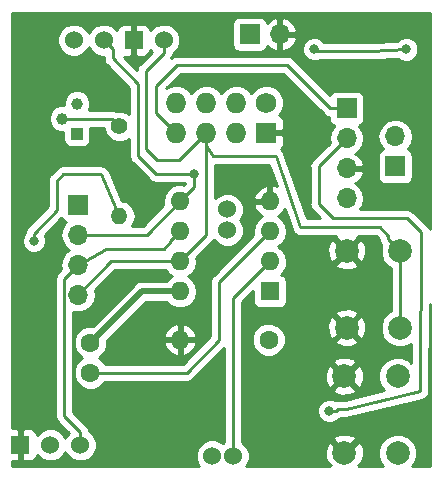
<source format=gbr>
G04 #@! TF.GenerationSoftware,KiCad,Pcbnew,5.0.0-fee4fd1~66~ubuntu16.04.1*
G04 #@! TF.CreationDate,2018-08-17T12:37:57+02:00*
G04 #@! TF.ProjectId,Garden_Guardian,47617264656E5F477561726469616E2E,rev?*
G04 #@! TF.SameCoordinates,Original*
G04 #@! TF.FileFunction,Copper,L2,Bot,Signal*
G04 #@! TF.FilePolarity,Positive*
%FSLAX46Y46*%
G04 Gerber Fmt 4.6, Leading zero omitted, Abs format (unit mm)*
G04 Created by KiCad (PCBNEW 5.0.0-fee4fd1~66~ubuntu16.04.1) date Fri Aug 17 12:37:57 2018*
%MOMM*%
%LPD*%
G01*
G04 APERTURE LIST*
G04 #@! TA.AperFunction,ComponentPad*
%ADD10C,1.524000*%
G04 #@! TD*
G04 #@! TA.AperFunction,ComponentPad*
%ADD11R,1.524000X1.524000*%
G04 #@! TD*
G04 #@! TA.AperFunction,ComponentPad*
%ADD12O,1.600000X1.600000*%
G04 #@! TD*
G04 #@! TA.AperFunction,ComponentPad*
%ADD13C,1.600000*%
G04 #@! TD*
G04 #@! TA.AperFunction,ComponentPad*
%ADD14O,1.700000X1.700000*%
G04 #@! TD*
G04 #@! TA.AperFunction,ComponentPad*
%ADD15R,1.700000X1.700000*%
G04 #@! TD*
G04 #@! TA.AperFunction,ComponentPad*
%ADD16R,1.000000X1.000000*%
G04 #@! TD*
G04 #@! TA.AperFunction,ComponentPad*
%ADD17C,1.000000*%
G04 #@! TD*
G04 #@! TA.AperFunction,ComponentPad*
%ADD18C,2.000000*%
G04 #@! TD*
G04 #@! TA.AperFunction,ComponentPad*
%ADD19C,1.727200*%
G04 #@! TD*
G04 #@! TA.AperFunction,ComponentPad*
%ADD20R,1.727200X1.727200*%
G04 #@! TD*
G04 #@! TA.AperFunction,ComponentPad*
%ADD21O,1.727200X1.727200*%
G04 #@! TD*
G04 #@! TA.AperFunction,ComponentPad*
%ADD22R,1.600000X1.600000*%
G04 #@! TD*
G04 #@! TA.AperFunction,ComponentPad*
%ADD23C,1.400000*%
G04 #@! TD*
G04 #@! TA.AperFunction,ComponentPad*
%ADD24O,1.400000X1.400000*%
G04 #@! TD*
G04 #@! TA.AperFunction,ViaPad*
%ADD25C,0.800000*%
G04 #@! TD*
G04 #@! TA.AperFunction,Conductor*
%ADD26C,0.500000*%
G04 #@! TD*
G04 #@! TA.AperFunction,Conductor*
%ADD27C,0.250000*%
G04 #@! TD*
G04 #@! TA.AperFunction,Conductor*
%ADD28C,0.254000*%
G04 #@! TD*
G04 APERTURE END LIST*
D10*
G04 #@! TO.P,U103,1*
G04 #@! TO.N,/PWR_ON*
X150320000Y-75696000D03*
G04 #@! TO.P,U103,2*
G04 #@! TO.N,/SDA*
X152860000Y-75696000D03*
D11*
G04 #@! TO.P,U103,3*
G04 #@! TO.N,GND*
X155400000Y-75696000D03*
D10*
G04 #@! TO.P,U103,4*
G04 #@! TO.N,/SCL*
X157940000Y-75696000D03*
G04 #@! TD*
G04 #@! TO.P,U104,1*
G04 #@! TO.N,/RADIO*
X150882000Y-109975000D03*
G04 #@! TO.P,U104,2*
G04 #@! TO.N,/PWR_ON*
X148342000Y-109975000D03*
D11*
G04 #@! TO.P,U104,3*
G04 #@! TO.N,GND*
X145802000Y-109975000D03*
G04 #@! TD*
D12*
G04 #@! TO.P,C101,2*
G04 #@! TO.N,GND*
X159310000Y-101070000D03*
D13*
G04 #@! TO.P,C101,1*
G04 #@! TO.N,/RST*
X166810000Y-101070000D03*
G04 #@! TD*
D14*
G04 #@! TO.P,J101,2*
G04 #@! TO.N,GND*
X167750000Y-75210000D03*
D15*
G04 #@! TO.P,J101,1*
G04 #@! TO.N,VCC*
X165210000Y-75210000D03*
G04 #@! TD*
G04 #@! TO.P,J102,1*
G04 #@! TO.N,/ACTIVADOR*
X173410000Y-81480000D03*
D14*
G04 #@! TO.P,J102,2*
G04 #@! TO.N,/STATUS_LED*
X173410000Y-84020000D03*
G04 #@! TO.P,J102,3*
G04 #@! TO.N,GND*
X173410000Y-86560000D03*
G04 #@! TO.P,J102,4*
G04 #@! TO.N,VCC*
X173410000Y-89100000D03*
G04 #@! TD*
G04 #@! TO.P,J103,4*
G04 #@! TO.N,/SCL*
X150680000Y-97250000D03*
G04 #@! TO.P,J103,3*
G04 #@! TO.N,/RADIO*
X150680000Y-94710000D03*
G04 #@! TO.P,J103,2*
G04 #@! TO.N,/SDA*
X150680000Y-92170000D03*
D15*
G04 #@! TO.P,J103,1*
G04 #@! TO.N,/RST*
X150680000Y-89630000D03*
G04 #@! TD*
D14*
G04 #@! TO.P,JP101,2*
G04 #@! TO.N,/ACTIVADOR*
X177540000Y-83860000D03*
D15*
G04 #@! TO.P,JP101,1*
G04 #@! TO.N,VCC*
X177540000Y-86400000D03*
G04 #@! TD*
D16*
G04 #@! TO.P,Q101,1*
G04 #@! TO.N,/PWR_ON*
X150580000Y-83610000D03*
D17*
G04 #@! TO.P,Q101,3*
G04 #@! TO.N,VCC*
X150580000Y-81070000D03*
G04 #@! TO.P,Q101,2*
G04 #@! TO.N,Net-(Q101-Pad2)*
X149310000Y-82340000D03*
G04 #@! TD*
D18*
G04 #@! TO.P,SW101,1*
G04 #@! TO.N,GND*
X173230000Y-104160000D03*
G04 #@! TO.P,SW101,2*
G04 #@! TO.N,Net-(R101-Pad2)*
X177730000Y-104160000D03*
G04 #@! TO.P,SW101,1*
G04 #@! TO.N,GND*
X173230000Y-110660000D03*
G04 #@! TO.P,SW101,2*
G04 #@! TO.N,Net-(R101-Pad2)*
X177730000Y-110660000D03*
G04 #@! TD*
G04 #@! TO.P,SW102,2*
G04 #@! TO.N,/SCL*
X177920000Y-100050000D03*
G04 #@! TO.P,SW102,1*
G04 #@! TO.N,GND*
X173420000Y-100050000D03*
G04 #@! TO.P,SW102,2*
G04 #@! TO.N,/SCL*
X177920000Y-93550000D03*
G04 #@! TO.P,SW102,1*
G04 #@! TO.N,GND*
X173420000Y-93550000D03*
G04 #@! TD*
D19*
G04 #@! TO.P,U101,5*
G04 #@! TO.N,/STATUS_LED*
X166630000Y-81010000D03*
D20*
G04 #@! TO.P,U101,1*
G04 #@! TO.N,GND*
X166630000Y-83550000D03*
D21*
G04 #@! TO.P,U101,6*
G04 #@! TO.N,Net-(R104-Pad1)*
X164090000Y-81010000D03*
G04 #@! TO.P,U101,2*
G04 #@! TO.N,/SDA*
X164090000Y-83550000D03*
G04 #@! TO.P,U101,7*
G04 #@! TO.N,Net-(R101-Pad1)*
X161550000Y-81010000D03*
G04 #@! TO.P,U101,3*
G04 #@! TO.N,/SCL*
X161550000Y-83550000D03*
G04 #@! TO.P,U101,8*
G04 #@! TO.N,VCC*
X159010000Y-81010000D03*
G04 #@! TO.P,U101,4*
G04 #@! TO.N,/ACTIVADOR*
X159010000Y-83550000D03*
G04 #@! TD*
D12*
G04 #@! TO.P,U102,8*
G04 #@! TO.N,/PWR_ON*
X159300000Y-96970000D03*
G04 #@! TO.P,U102,4*
G04 #@! TO.N,GND*
X166920000Y-89350000D03*
G04 #@! TO.P,U102,7*
G04 #@! TO.N,/SCL*
X159300000Y-94430000D03*
G04 #@! TO.P,U102,3*
G04 #@! TO.N,/LDR*
X166920000Y-91890000D03*
G04 #@! TO.P,U102,6*
G04 #@! TO.N,/RADIO*
X159300000Y-91890000D03*
G04 #@! TO.P,U102,2*
G04 #@! TO.N,/HUMEDAD*
X166920000Y-94430000D03*
G04 #@! TO.P,U102,5*
G04 #@! TO.N,/SDA*
X159300000Y-89350000D03*
D22*
G04 #@! TO.P,U102,1*
G04 #@! TO.N,/RST*
X166920000Y-96970000D03*
G04 #@! TD*
D23*
G04 #@! TO.P,R109,1*
G04 #@! TO.N,Net-(Q101-Pad2)*
X154180000Y-83000000D03*
D24*
G04 #@! TO.P,R109,2*
G04 #@! TO.N,/ACTIVADOR*
X154180000Y-90620000D03*
G04 #@! TD*
D13*
G04 #@! TO.P,R102,2*
G04 #@! TO.N,/LDR*
X151730000Y-103850000D03*
G04 #@! TO.P,R102,1*
G04 #@! TO.N,/PWR_ON*
X151730000Y-101310000D03*
G04 #@! TD*
D10*
G04 #@! TO.P,U106,1*
G04 #@! TO.N,/HUMEDAD*
X163799000Y-110908000D03*
G04 #@! TO.P,U106,2*
G04 #@! TO.N,Net-(R108-Pad1)*
X162021000Y-110908000D03*
G04 #@! TD*
G04 #@! TO.P,U107,1*
G04 #@! TO.N,/HUMEDAD*
X163322000Y-91819000D03*
G04 #@! TO.P,U107,2*
G04 #@! TO.N,Net-(R110-Pad1)*
X163322000Y-90041000D03*
G04 #@! TD*
D25*
G04 #@! TO.N,/ACTIVADOR*
X146940000Y-92710000D03*
G04 #@! TO.N,/STATUS_LED*
X171930000Y-107090000D03*
G04 #@! TO.N,/SDA*
X160530000Y-87000000D03*
G04 #@! TO.N,Net-(R101-Pad2)*
X170670000Y-76460000D03*
X178460000Y-76480000D03*
G04 #@! TD*
D26*
G04 #@! TO.N,/PWR_ON*
X156070000Y-96970000D02*
X151730000Y-101310000D01*
X159300000Y-96970000D02*
X156070000Y-96970000D01*
D27*
G04 #@! TO.N,/ACTIVADOR*
X159010000Y-83550000D02*
X157290000Y-81830000D01*
X157290000Y-81830000D02*
X157290000Y-79570000D01*
X157290000Y-79570000D02*
X159070000Y-77790000D01*
X159070000Y-77790000D02*
X168360000Y-77790000D01*
X172050000Y-81480000D02*
X173410000Y-81480000D01*
X168360000Y-77790000D02*
X172050000Y-81480000D01*
X152620000Y-87070000D02*
X154180000Y-90620000D01*
X149430000Y-87070000D02*
X152620000Y-87070000D01*
X148880000Y-87620000D02*
X149430000Y-87070000D01*
X148880000Y-90100000D02*
X148880000Y-87620000D01*
X146940000Y-92710000D02*
X146940000Y-92100000D01*
X146940000Y-92100000D02*
X146989999Y-91990001D01*
X146989999Y-91990001D02*
X148880000Y-90100000D01*
G04 #@! TO.N,/STATUS_LED*
X171040000Y-86390000D02*
X173410000Y-84020000D01*
X171040000Y-89570000D02*
X171040000Y-86390000D01*
X172240000Y-90770000D02*
X171040000Y-89570000D01*
X178520000Y-90770000D02*
X172240000Y-90770000D01*
X179720000Y-91970000D02*
X178520000Y-90770000D01*
X179620000Y-105430000D02*
X179720000Y-91970000D01*
X171930000Y-107090000D02*
X172495685Y-107090000D01*
X172495685Y-107090000D02*
X172665685Y-106920000D01*
X172665685Y-106920000D02*
X173360000Y-106920000D01*
X173360000Y-106920000D02*
X179620000Y-105430000D01*
G04 #@! TO.N,/SCL*
X157940000Y-76773630D02*
X156410000Y-78303630D01*
X157940000Y-75696000D02*
X157940000Y-76773630D01*
X156410000Y-78303630D02*
X156410000Y-84960000D01*
X156410000Y-84960000D02*
X157320000Y-85870000D01*
X159230000Y-85870000D02*
X161550000Y-83550000D01*
X157320000Y-85870000D02*
X159230000Y-85870000D01*
X177920000Y-98635787D02*
X177920000Y-93550000D01*
X177920000Y-100050000D02*
X177920000Y-98635787D01*
X176920001Y-92250001D02*
X176920001Y-92550001D01*
X176220000Y-91550000D02*
X176920001Y-92250001D01*
X169500000Y-91530000D02*
X176220000Y-91550000D01*
X167420000Y-85550000D02*
X169500000Y-91530000D01*
X176920001Y-92550001D02*
X177920000Y-93550000D01*
X161550000Y-83550000D02*
X161550000Y-84771314D01*
X161550000Y-84771314D02*
X161570000Y-84791314D01*
X161570000Y-84791314D02*
X162130000Y-85550000D01*
X162130000Y-85550000D02*
X167420000Y-85550000D01*
X161550000Y-92180000D02*
X161550000Y-83550000D01*
X159300000Y-94430000D02*
X161550000Y-92180000D01*
X153500000Y-94430000D02*
X159300000Y-94430000D01*
X150680000Y-97250000D02*
X153500000Y-94430000D01*
G04 #@! TO.N,/RADIO*
X153010000Y-93420000D02*
X157930000Y-93400000D01*
X150680000Y-94710000D02*
X153010000Y-93420000D01*
X158500001Y-92829999D02*
X157930000Y-93400000D01*
X158500001Y-92689999D02*
X158500001Y-92829999D01*
X159300000Y-91890000D02*
X158500001Y-92689999D01*
X149830001Y-95559999D02*
X150680000Y-94710000D01*
X149504999Y-95885001D02*
X149830001Y-95559999D01*
X149504999Y-107520369D02*
X149504999Y-95885001D01*
X150882000Y-108897370D02*
X149504999Y-107520369D01*
X150882000Y-109975000D02*
X150882000Y-108897370D01*
G04 #@! TO.N,/SDA*
X153621999Y-76457999D02*
X153621999Y-77251999D01*
X152860000Y-75696000D02*
X153621999Y-76457999D01*
X153621999Y-77251999D02*
X155790000Y-79420000D01*
X155790000Y-79420000D02*
X155790000Y-85550000D01*
X155790000Y-85550000D02*
X157240000Y-87000000D01*
X157240000Y-87000000D02*
X160530000Y-87000000D01*
X160530000Y-88120000D02*
X160530000Y-87000000D01*
X159300000Y-89350000D02*
X160530000Y-88120000D01*
X156480000Y-92170000D02*
X159300000Y-89350000D01*
X150680000Y-92170000D02*
X156480000Y-92170000D01*
G04 #@! TO.N,Net-(Q101-Pad2)*
X153520000Y-82340000D02*
X154180000Y-83000000D01*
X149310000Y-82340000D02*
X153520000Y-82340000D01*
G04 #@! TO.N,/LDR*
X166920000Y-91890000D02*
X162650000Y-96160000D01*
X162650000Y-96160000D02*
X162650000Y-101100000D01*
X159900000Y-103850000D02*
X151730000Y-103850000D01*
X162650000Y-101100000D02*
X159900000Y-103850000D01*
G04 #@! TO.N,/HUMEDAD*
X163789000Y-97561000D02*
X166920000Y-94430000D01*
X163810000Y-110960000D02*
X163789000Y-97561000D01*
G04 #@! TO.N,Net-(R101-Pad2)*
X170800000Y-76590000D02*
X170670000Y-76460000D01*
X175490000Y-76590000D02*
X170800000Y-76590000D01*
X178460000Y-76480000D02*
X175490000Y-76590000D01*
G04 #@! TD*
D28*
G04 #@! TO.N,GND*
G36*
X180435000Y-91672111D02*
X180353416Y-91550011D01*
X180271984Y-91426158D01*
X180206493Y-91381691D01*
X179110331Y-90285530D01*
X179067929Y-90222071D01*
X178816537Y-90054096D01*
X178594852Y-90010000D01*
X178594847Y-90010000D01*
X178520000Y-89995112D01*
X178445153Y-90010000D01*
X174587951Y-90010000D01*
X174808839Y-89679418D01*
X174924092Y-89100000D01*
X174808839Y-88520582D01*
X174480625Y-88029375D01*
X174161522Y-87816157D01*
X174291358Y-87755183D01*
X174681645Y-87326924D01*
X174851476Y-86916890D01*
X174730155Y-86687000D01*
X173537000Y-86687000D01*
X173537000Y-86707000D01*
X173283000Y-86707000D01*
X173283000Y-86687000D01*
X173263000Y-86687000D01*
X173263000Y-86433000D01*
X173283000Y-86433000D01*
X173283000Y-86413000D01*
X173537000Y-86413000D01*
X173537000Y-86433000D01*
X174730155Y-86433000D01*
X174851476Y-86203110D01*
X174681645Y-85793076D01*
X174291358Y-85364817D01*
X174161522Y-85303843D01*
X174480625Y-85090625D01*
X174808839Y-84599418D01*
X174924092Y-84020000D01*
X174892267Y-83860000D01*
X176025908Y-83860000D01*
X176141161Y-84439418D01*
X176469375Y-84930625D01*
X176487619Y-84942816D01*
X176442235Y-84951843D01*
X176232191Y-85092191D01*
X176091843Y-85302235D01*
X176042560Y-85550000D01*
X176042560Y-87250000D01*
X176091843Y-87497765D01*
X176232191Y-87707809D01*
X176442235Y-87848157D01*
X176690000Y-87897440D01*
X178390000Y-87897440D01*
X178637765Y-87848157D01*
X178847809Y-87707809D01*
X178988157Y-87497765D01*
X179037440Y-87250000D01*
X179037440Y-85550000D01*
X178988157Y-85302235D01*
X178847809Y-85092191D01*
X178637765Y-84951843D01*
X178592381Y-84942816D01*
X178610625Y-84930625D01*
X178938839Y-84439418D01*
X179054092Y-83860000D01*
X178938839Y-83280582D01*
X178610625Y-82789375D01*
X178119418Y-82461161D01*
X177686256Y-82375000D01*
X177393744Y-82375000D01*
X176960582Y-82461161D01*
X176469375Y-82789375D01*
X176141161Y-83280582D01*
X176025908Y-83860000D01*
X174892267Y-83860000D01*
X174808839Y-83440582D01*
X174480625Y-82949375D01*
X174462381Y-82937184D01*
X174507765Y-82928157D01*
X174717809Y-82787809D01*
X174858157Y-82577765D01*
X174907440Y-82330000D01*
X174907440Y-80630000D01*
X174858157Y-80382235D01*
X174717809Y-80172191D01*
X174507765Y-80031843D01*
X174260000Y-79982560D01*
X172560000Y-79982560D01*
X172312235Y-80031843D01*
X172102191Y-80172191D01*
X171987956Y-80343154D01*
X168950331Y-77305530D01*
X168907929Y-77242071D01*
X168656537Y-77074096D01*
X168434852Y-77030000D01*
X168434847Y-77030000D01*
X168360000Y-77015112D01*
X168285153Y-77030000D01*
X159144846Y-77030000D01*
X159069999Y-77015112D01*
X158995152Y-77030000D01*
X158995148Y-77030000D01*
X158773463Y-77074096D01*
X158556342Y-77219172D01*
X158569372Y-77199671D01*
X158655904Y-77070168D01*
X158680906Y-76944472D01*
X158690285Y-76897324D01*
X158731337Y-76880320D01*
X159124320Y-76487337D01*
X159337000Y-75973881D01*
X159337000Y-75418119D01*
X159124320Y-74904663D01*
X158731337Y-74511680D01*
X158365149Y-74360000D01*
X163712560Y-74360000D01*
X163712560Y-76060000D01*
X163761843Y-76307765D01*
X163902191Y-76517809D01*
X164112235Y-76658157D01*
X164360000Y-76707440D01*
X166060000Y-76707440D01*
X166307765Y-76658157D01*
X166517809Y-76517809D01*
X166658157Y-76307765D01*
X166678739Y-76204292D01*
X166983076Y-76481645D01*
X167393110Y-76651476D01*
X167623000Y-76530155D01*
X167623000Y-75337000D01*
X167877000Y-75337000D01*
X167877000Y-76530155D01*
X168106890Y-76651476D01*
X168516924Y-76481645D01*
X168766578Y-76254126D01*
X169635000Y-76254126D01*
X169635000Y-76665874D01*
X169792569Y-77046280D01*
X170083720Y-77337431D01*
X170464126Y-77495000D01*
X170875874Y-77495000D01*
X171225936Y-77350000D01*
X175429333Y-77350000D01*
X175443329Y-77352249D01*
X175504052Y-77350000D01*
X175564852Y-77350000D01*
X175578763Y-77347233D01*
X177781923Y-77265634D01*
X177873720Y-77357431D01*
X178254126Y-77515000D01*
X178665874Y-77515000D01*
X179046280Y-77357431D01*
X179337431Y-77066280D01*
X179495000Y-76685874D01*
X179495000Y-76274126D01*
X179337431Y-75893720D01*
X179046280Y-75602569D01*
X178665874Y-75445000D01*
X178254126Y-75445000D01*
X177873720Y-75602569D01*
X177729764Y-75746525D01*
X175475955Y-75830000D01*
X171503711Y-75830000D01*
X171256280Y-75582569D01*
X170875874Y-75425000D01*
X170464126Y-75425000D01*
X170083720Y-75582569D01*
X169792569Y-75873720D01*
X169635000Y-76254126D01*
X168766578Y-76254126D01*
X168945183Y-76091358D01*
X169191486Y-75566892D01*
X169070819Y-75337000D01*
X167877000Y-75337000D01*
X167623000Y-75337000D01*
X167603000Y-75337000D01*
X167603000Y-75083000D01*
X167623000Y-75083000D01*
X167623000Y-73889845D01*
X167877000Y-73889845D01*
X167877000Y-75083000D01*
X169070819Y-75083000D01*
X169191486Y-74853108D01*
X168945183Y-74328642D01*
X168516924Y-73938355D01*
X168106890Y-73768524D01*
X167877000Y-73889845D01*
X167623000Y-73889845D01*
X167393110Y-73768524D01*
X166983076Y-73938355D01*
X166678739Y-74215708D01*
X166658157Y-74112235D01*
X166517809Y-73902191D01*
X166307765Y-73761843D01*
X166060000Y-73712560D01*
X164360000Y-73712560D01*
X164112235Y-73761843D01*
X163902191Y-73902191D01*
X163761843Y-74112235D01*
X163712560Y-74360000D01*
X158365149Y-74360000D01*
X158217881Y-74299000D01*
X157662119Y-74299000D01*
X157148663Y-74511680D01*
X156797000Y-74863343D01*
X156797000Y-74807690D01*
X156700327Y-74574301D01*
X156521698Y-74395673D01*
X156288309Y-74299000D01*
X155685750Y-74299000D01*
X155527000Y-74457750D01*
X155527000Y-75569000D01*
X155547000Y-75569000D01*
X155547000Y-75823000D01*
X155527000Y-75823000D01*
X155527000Y-76934250D01*
X155685750Y-77093000D01*
X156288309Y-77093000D01*
X156521698Y-76996327D01*
X156700327Y-76817699D01*
X156797000Y-76584310D01*
X156797000Y-76528657D01*
X156953586Y-76685243D01*
X155925530Y-77713299D01*
X155862071Y-77755701D01*
X155694096Y-78007094D01*
X155653912Y-78209110D01*
X154537801Y-77093000D01*
X155114250Y-77093000D01*
X155273000Y-76934250D01*
X155273000Y-75823000D01*
X155253000Y-75823000D01*
X155253000Y-75569000D01*
X155273000Y-75569000D01*
X155273000Y-74457750D01*
X155114250Y-74299000D01*
X154511691Y-74299000D01*
X154278302Y-74395673D01*
X154099673Y-74574301D01*
X154003000Y-74807690D01*
X154003000Y-74863343D01*
X153651337Y-74511680D01*
X153137881Y-74299000D01*
X152582119Y-74299000D01*
X152068663Y-74511680D01*
X151675680Y-74904663D01*
X151590000Y-75111513D01*
X151504320Y-74904663D01*
X151111337Y-74511680D01*
X150597881Y-74299000D01*
X150042119Y-74299000D01*
X149528663Y-74511680D01*
X149135680Y-74904663D01*
X148923000Y-75418119D01*
X148923000Y-75973881D01*
X149135680Y-76487337D01*
X149528663Y-76880320D01*
X150042119Y-77093000D01*
X150597881Y-77093000D01*
X151111337Y-76880320D01*
X151504320Y-76487337D01*
X151590000Y-76280487D01*
X151675680Y-76487337D01*
X152068663Y-76880320D01*
X152582119Y-77093000D01*
X152861999Y-77093000D01*
X152861999Y-77177152D01*
X152847111Y-77251999D01*
X152861999Y-77326846D01*
X152861999Y-77326851D01*
X152906096Y-77548536D01*
X153074071Y-77799928D01*
X153137527Y-77842328D01*
X155030000Y-79734803D01*
X155030000Y-81962025D01*
X154936217Y-81868242D01*
X154445548Y-81665000D01*
X153914452Y-81665000D01*
X153891798Y-81674384D01*
X153816537Y-81624096D01*
X153594852Y-81580000D01*
X153594847Y-81580000D01*
X153520000Y-81565112D01*
X153445153Y-81580000D01*
X151597267Y-81580000D01*
X151715000Y-81295766D01*
X151715000Y-80844234D01*
X151542207Y-80427074D01*
X151222926Y-80107793D01*
X150805766Y-79935000D01*
X150354234Y-79935000D01*
X149937074Y-80107793D01*
X149617793Y-80427074D01*
X149445000Y-80844234D01*
X149445000Y-81205000D01*
X149084234Y-81205000D01*
X148667074Y-81377793D01*
X148347793Y-81697074D01*
X148175000Y-82114234D01*
X148175000Y-82565766D01*
X148347793Y-82982926D01*
X148667074Y-83302207D01*
X149084234Y-83475000D01*
X149432560Y-83475000D01*
X149432560Y-84110000D01*
X149481843Y-84357765D01*
X149622191Y-84567809D01*
X149832235Y-84708157D01*
X150080000Y-84757440D01*
X151080000Y-84757440D01*
X151327765Y-84708157D01*
X151537809Y-84567809D01*
X151678157Y-84357765D01*
X151727440Y-84110000D01*
X151727440Y-83110000D01*
X151725451Y-83100000D01*
X152845000Y-83100000D01*
X152845000Y-83265548D01*
X153048242Y-83756217D01*
X153423783Y-84131758D01*
X153914452Y-84335000D01*
X154445548Y-84335000D01*
X154936217Y-84131758D01*
X155030001Y-84037974D01*
X155030001Y-85475148D01*
X155015112Y-85550000D01*
X155074097Y-85846537D01*
X155153252Y-85965000D01*
X155242072Y-86097929D01*
X155305528Y-86140329D01*
X156649671Y-87484473D01*
X156692071Y-87547929D01*
X156755527Y-87590329D01*
X156943462Y-87715904D01*
X156991605Y-87725480D01*
X157165148Y-87760000D01*
X157165152Y-87760000D01*
X157240000Y-87774888D01*
X157314848Y-87760000D01*
X159770000Y-87760000D01*
X159770000Y-87805198D01*
X159623886Y-87951312D01*
X159441333Y-87915000D01*
X159158667Y-87915000D01*
X158740091Y-87998260D01*
X158265423Y-88315423D01*
X157948260Y-88790091D01*
X157836887Y-89350000D01*
X157901312Y-89673886D01*
X156165199Y-91410000D01*
X155257729Y-91410000D01*
X155437542Y-91140891D01*
X155541154Y-90620000D01*
X155437542Y-90099109D01*
X155142481Y-89657519D01*
X154700891Y-89362458D01*
X154434223Y-89309414D01*
X153349195Y-86840279D01*
X153335904Y-86773463D01*
X153288959Y-86703206D01*
X153285670Y-86695720D01*
X153247425Y-86641045D01*
X153167929Y-86522071D01*
X153160933Y-86517397D01*
X153156114Y-86510507D01*
X153035525Y-86433601D01*
X152916537Y-86354096D01*
X152908286Y-86352455D01*
X152901196Y-86347933D01*
X152760340Y-86323026D01*
X152694852Y-86310000D01*
X152686671Y-86310000D01*
X152603469Y-86295288D01*
X152536956Y-86310000D01*
X149504846Y-86310000D01*
X149429999Y-86295112D01*
X149355152Y-86310000D01*
X149355148Y-86310000D01*
X149133463Y-86354096D01*
X149133461Y-86354097D01*
X149133462Y-86354097D01*
X148945526Y-86479671D01*
X148945524Y-86479673D01*
X148882071Y-86522071D01*
X148839672Y-86585525D01*
X148395527Y-87029672D01*
X148332072Y-87072071D01*
X148289672Y-87135527D01*
X148289671Y-87135528D01*
X148164097Y-87323463D01*
X148105112Y-87620000D01*
X148120001Y-87694852D01*
X148120000Y-89785198D01*
X146514747Y-91390452D01*
X146460970Y-91423803D01*
X146408858Y-91496341D01*
X146399670Y-91505529D01*
X146365254Y-91557036D01*
X146329093Y-91607371D01*
X146323714Y-91619206D01*
X146274096Y-91693464D01*
X146264135Y-91743541D01*
X146224096Y-91803463D01*
X146197114Y-91939110D01*
X146181783Y-92004506D01*
X146062569Y-92123720D01*
X145905000Y-92504126D01*
X145905000Y-92915874D01*
X146062569Y-93296280D01*
X146353720Y-93587431D01*
X146734126Y-93745000D01*
X147145874Y-93745000D01*
X147526280Y-93587431D01*
X147817431Y-93296280D01*
X147975000Y-92915874D01*
X147975000Y-92504126D01*
X147850718Y-92204083D01*
X149269973Y-90784829D01*
X149372191Y-90937809D01*
X149582235Y-91078157D01*
X149627619Y-91087184D01*
X149609375Y-91099375D01*
X149281161Y-91590582D01*
X149165908Y-92170000D01*
X149281161Y-92749418D01*
X149609375Y-93240625D01*
X149907761Y-93440000D01*
X149609375Y-93639375D01*
X149281161Y-94130582D01*
X149165908Y-94710000D01*
X149238791Y-95076408D01*
X149020527Y-95294672D01*
X148957071Y-95337072D01*
X148914671Y-95400528D01*
X148914670Y-95400529D01*
X148789096Y-95588464D01*
X148730111Y-95885001D01*
X148745000Y-95959853D01*
X148744999Y-107445522D01*
X148730111Y-107520369D01*
X148744999Y-107595216D01*
X148744999Y-107595220D01*
X148789095Y-107816905D01*
X148957070Y-108068298D01*
X149020529Y-108110700D01*
X149895585Y-108985758D01*
X149697680Y-109183663D01*
X149612000Y-109390513D01*
X149526320Y-109183663D01*
X149133337Y-108790680D01*
X148619881Y-108578000D01*
X148064119Y-108578000D01*
X147550663Y-108790680D01*
X147199000Y-109142343D01*
X147199000Y-109086690D01*
X147102327Y-108853301D01*
X146923698Y-108674673D01*
X146690309Y-108578000D01*
X146087750Y-108578000D01*
X145929000Y-108736750D01*
X145929000Y-109848000D01*
X145949000Y-109848000D01*
X145949000Y-110102000D01*
X145929000Y-110102000D01*
X145929000Y-111213250D01*
X146087750Y-111372000D01*
X146690309Y-111372000D01*
X146923698Y-111275327D01*
X147102327Y-111096699D01*
X147199000Y-110863310D01*
X147199000Y-110807657D01*
X147550663Y-111159320D01*
X148064119Y-111372000D01*
X148619881Y-111372000D01*
X149133337Y-111159320D01*
X149526320Y-110766337D01*
X149612000Y-110559487D01*
X149697680Y-110766337D01*
X150090663Y-111159320D01*
X150604119Y-111372000D01*
X151159881Y-111372000D01*
X151673337Y-111159320D01*
X152066320Y-110766337D01*
X152279000Y-110252881D01*
X152279000Y-109697119D01*
X152066320Y-109183663D01*
X151673337Y-108790680D01*
X151632285Y-108773676D01*
X151597904Y-108600833D01*
X151556102Y-108538272D01*
X151472329Y-108412896D01*
X151472327Y-108412894D01*
X151429929Y-108349441D01*
X151366476Y-108307043D01*
X150264999Y-107205568D01*
X150264999Y-98681543D01*
X150533744Y-98735000D01*
X150826256Y-98735000D01*
X151259418Y-98648839D01*
X151750625Y-98320625D01*
X152078839Y-97829418D01*
X152194092Y-97250000D01*
X152121209Y-96883592D01*
X153814802Y-95190000D01*
X158081957Y-95190000D01*
X158265423Y-95464577D01*
X158617758Y-95700000D01*
X158265423Y-95935423D01*
X158165479Y-96085000D01*
X156157161Y-96085000D01*
X156070000Y-96067663D01*
X155982839Y-96085000D01*
X155982835Y-96085000D01*
X155724690Y-96136348D01*
X155505845Y-96282576D01*
X155505844Y-96282577D01*
X155431951Y-96331951D01*
X155382577Y-96405844D01*
X151913422Y-99875000D01*
X151444561Y-99875000D01*
X150917138Y-100093466D01*
X150513466Y-100497138D01*
X150295000Y-101024561D01*
X150295000Y-101595439D01*
X150513466Y-102122862D01*
X150917138Y-102526534D01*
X151046216Y-102580000D01*
X150917138Y-102633466D01*
X150513466Y-103037138D01*
X150295000Y-103564561D01*
X150295000Y-104135439D01*
X150513466Y-104662862D01*
X150917138Y-105066534D01*
X151444561Y-105285000D01*
X152015439Y-105285000D01*
X152542862Y-105066534D01*
X152946534Y-104662862D01*
X152968430Y-104610000D01*
X159825153Y-104610000D01*
X159900000Y-104624888D01*
X159974847Y-104610000D01*
X159974852Y-104610000D01*
X160196537Y-104565904D01*
X160447929Y-104397929D01*
X160490331Y-104334470D01*
X163035626Y-101789177D01*
X163048036Y-109706957D01*
X163007663Y-109723680D01*
X162910000Y-109821343D01*
X162812337Y-109723680D01*
X162298881Y-109511000D01*
X161743119Y-109511000D01*
X161229663Y-109723680D01*
X160836680Y-110116663D01*
X160624000Y-110630119D01*
X160624000Y-111185881D01*
X160836680Y-111699337D01*
X160897855Y-111760512D01*
X145114482Y-111764814D01*
X145114185Y-111372000D01*
X145516250Y-111372000D01*
X145675000Y-111213250D01*
X145675000Y-110102000D01*
X145655000Y-110102000D01*
X145655000Y-109848000D01*
X145675000Y-109848000D01*
X145675000Y-108736750D01*
X145516250Y-108578000D01*
X145112075Y-108578000D01*
X145085516Y-73414067D01*
X180435000Y-73365933D01*
X180435000Y-91672111D01*
X180435000Y-91672111D01*
G37*
X180435000Y-91672111D02*
X180353416Y-91550011D01*
X180271984Y-91426158D01*
X180206493Y-91381691D01*
X179110331Y-90285530D01*
X179067929Y-90222071D01*
X178816537Y-90054096D01*
X178594852Y-90010000D01*
X178594847Y-90010000D01*
X178520000Y-89995112D01*
X178445153Y-90010000D01*
X174587951Y-90010000D01*
X174808839Y-89679418D01*
X174924092Y-89100000D01*
X174808839Y-88520582D01*
X174480625Y-88029375D01*
X174161522Y-87816157D01*
X174291358Y-87755183D01*
X174681645Y-87326924D01*
X174851476Y-86916890D01*
X174730155Y-86687000D01*
X173537000Y-86687000D01*
X173537000Y-86707000D01*
X173283000Y-86707000D01*
X173283000Y-86687000D01*
X173263000Y-86687000D01*
X173263000Y-86433000D01*
X173283000Y-86433000D01*
X173283000Y-86413000D01*
X173537000Y-86413000D01*
X173537000Y-86433000D01*
X174730155Y-86433000D01*
X174851476Y-86203110D01*
X174681645Y-85793076D01*
X174291358Y-85364817D01*
X174161522Y-85303843D01*
X174480625Y-85090625D01*
X174808839Y-84599418D01*
X174924092Y-84020000D01*
X174892267Y-83860000D01*
X176025908Y-83860000D01*
X176141161Y-84439418D01*
X176469375Y-84930625D01*
X176487619Y-84942816D01*
X176442235Y-84951843D01*
X176232191Y-85092191D01*
X176091843Y-85302235D01*
X176042560Y-85550000D01*
X176042560Y-87250000D01*
X176091843Y-87497765D01*
X176232191Y-87707809D01*
X176442235Y-87848157D01*
X176690000Y-87897440D01*
X178390000Y-87897440D01*
X178637765Y-87848157D01*
X178847809Y-87707809D01*
X178988157Y-87497765D01*
X179037440Y-87250000D01*
X179037440Y-85550000D01*
X178988157Y-85302235D01*
X178847809Y-85092191D01*
X178637765Y-84951843D01*
X178592381Y-84942816D01*
X178610625Y-84930625D01*
X178938839Y-84439418D01*
X179054092Y-83860000D01*
X178938839Y-83280582D01*
X178610625Y-82789375D01*
X178119418Y-82461161D01*
X177686256Y-82375000D01*
X177393744Y-82375000D01*
X176960582Y-82461161D01*
X176469375Y-82789375D01*
X176141161Y-83280582D01*
X176025908Y-83860000D01*
X174892267Y-83860000D01*
X174808839Y-83440582D01*
X174480625Y-82949375D01*
X174462381Y-82937184D01*
X174507765Y-82928157D01*
X174717809Y-82787809D01*
X174858157Y-82577765D01*
X174907440Y-82330000D01*
X174907440Y-80630000D01*
X174858157Y-80382235D01*
X174717809Y-80172191D01*
X174507765Y-80031843D01*
X174260000Y-79982560D01*
X172560000Y-79982560D01*
X172312235Y-80031843D01*
X172102191Y-80172191D01*
X171987956Y-80343154D01*
X168950331Y-77305530D01*
X168907929Y-77242071D01*
X168656537Y-77074096D01*
X168434852Y-77030000D01*
X168434847Y-77030000D01*
X168360000Y-77015112D01*
X168285153Y-77030000D01*
X159144846Y-77030000D01*
X159069999Y-77015112D01*
X158995152Y-77030000D01*
X158995148Y-77030000D01*
X158773463Y-77074096D01*
X158556342Y-77219172D01*
X158569372Y-77199671D01*
X158655904Y-77070168D01*
X158680906Y-76944472D01*
X158690285Y-76897324D01*
X158731337Y-76880320D01*
X159124320Y-76487337D01*
X159337000Y-75973881D01*
X159337000Y-75418119D01*
X159124320Y-74904663D01*
X158731337Y-74511680D01*
X158365149Y-74360000D01*
X163712560Y-74360000D01*
X163712560Y-76060000D01*
X163761843Y-76307765D01*
X163902191Y-76517809D01*
X164112235Y-76658157D01*
X164360000Y-76707440D01*
X166060000Y-76707440D01*
X166307765Y-76658157D01*
X166517809Y-76517809D01*
X166658157Y-76307765D01*
X166678739Y-76204292D01*
X166983076Y-76481645D01*
X167393110Y-76651476D01*
X167623000Y-76530155D01*
X167623000Y-75337000D01*
X167877000Y-75337000D01*
X167877000Y-76530155D01*
X168106890Y-76651476D01*
X168516924Y-76481645D01*
X168766578Y-76254126D01*
X169635000Y-76254126D01*
X169635000Y-76665874D01*
X169792569Y-77046280D01*
X170083720Y-77337431D01*
X170464126Y-77495000D01*
X170875874Y-77495000D01*
X171225936Y-77350000D01*
X175429333Y-77350000D01*
X175443329Y-77352249D01*
X175504052Y-77350000D01*
X175564852Y-77350000D01*
X175578763Y-77347233D01*
X177781923Y-77265634D01*
X177873720Y-77357431D01*
X178254126Y-77515000D01*
X178665874Y-77515000D01*
X179046280Y-77357431D01*
X179337431Y-77066280D01*
X179495000Y-76685874D01*
X179495000Y-76274126D01*
X179337431Y-75893720D01*
X179046280Y-75602569D01*
X178665874Y-75445000D01*
X178254126Y-75445000D01*
X177873720Y-75602569D01*
X177729764Y-75746525D01*
X175475955Y-75830000D01*
X171503711Y-75830000D01*
X171256280Y-75582569D01*
X170875874Y-75425000D01*
X170464126Y-75425000D01*
X170083720Y-75582569D01*
X169792569Y-75873720D01*
X169635000Y-76254126D01*
X168766578Y-76254126D01*
X168945183Y-76091358D01*
X169191486Y-75566892D01*
X169070819Y-75337000D01*
X167877000Y-75337000D01*
X167623000Y-75337000D01*
X167603000Y-75337000D01*
X167603000Y-75083000D01*
X167623000Y-75083000D01*
X167623000Y-73889845D01*
X167877000Y-73889845D01*
X167877000Y-75083000D01*
X169070819Y-75083000D01*
X169191486Y-74853108D01*
X168945183Y-74328642D01*
X168516924Y-73938355D01*
X168106890Y-73768524D01*
X167877000Y-73889845D01*
X167623000Y-73889845D01*
X167393110Y-73768524D01*
X166983076Y-73938355D01*
X166678739Y-74215708D01*
X166658157Y-74112235D01*
X166517809Y-73902191D01*
X166307765Y-73761843D01*
X166060000Y-73712560D01*
X164360000Y-73712560D01*
X164112235Y-73761843D01*
X163902191Y-73902191D01*
X163761843Y-74112235D01*
X163712560Y-74360000D01*
X158365149Y-74360000D01*
X158217881Y-74299000D01*
X157662119Y-74299000D01*
X157148663Y-74511680D01*
X156797000Y-74863343D01*
X156797000Y-74807690D01*
X156700327Y-74574301D01*
X156521698Y-74395673D01*
X156288309Y-74299000D01*
X155685750Y-74299000D01*
X155527000Y-74457750D01*
X155527000Y-75569000D01*
X155547000Y-75569000D01*
X155547000Y-75823000D01*
X155527000Y-75823000D01*
X155527000Y-76934250D01*
X155685750Y-77093000D01*
X156288309Y-77093000D01*
X156521698Y-76996327D01*
X156700327Y-76817699D01*
X156797000Y-76584310D01*
X156797000Y-76528657D01*
X156953586Y-76685243D01*
X155925530Y-77713299D01*
X155862071Y-77755701D01*
X155694096Y-78007094D01*
X155653912Y-78209110D01*
X154537801Y-77093000D01*
X155114250Y-77093000D01*
X155273000Y-76934250D01*
X155273000Y-75823000D01*
X155253000Y-75823000D01*
X155253000Y-75569000D01*
X155273000Y-75569000D01*
X155273000Y-74457750D01*
X155114250Y-74299000D01*
X154511691Y-74299000D01*
X154278302Y-74395673D01*
X154099673Y-74574301D01*
X154003000Y-74807690D01*
X154003000Y-74863343D01*
X153651337Y-74511680D01*
X153137881Y-74299000D01*
X152582119Y-74299000D01*
X152068663Y-74511680D01*
X151675680Y-74904663D01*
X151590000Y-75111513D01*
X151504320Y-74904663D01*
X151111337Y-74511680D01*
X150597881Y-74299000D01*
X150042119Y-74299000D01*
X149528663Y-74511680D01*
X149135680Y-74904663D01*
X148923000Y-75418119D01*
X148923000Y-75973881D01*
X149135680Y-76487337D01*
X149528663Y-76880320D01*
X150042119Y-77093000D01*
X150597881Y-77093000D01*
X151111337Y-76880320D01*
X151504320Y-76487337D01*
X151590000Y-76280487D01*
X151675680Y-76487337D01*
X152068663Y-76880320D01*
X152582119Y-77093000D01*
X152861999Y-77093000D01*
X152861999Y-77177152D01*
X152847111Y-77251999D01*
X152861999Y-77326846D01*
X152861999Y-77326851D01*
X152906096Y-77548536D01*
X153074071Y-77799928D01*
X153137527Y-77842328D01*
X155030000Y-79734803D01*
X155030000Y-81962025D01*
X154936217Y-81868242D01*
X154445548Y-81665000D01*
X153914452Y-81665000D01*
X153891798Y-81674384D01*
X153816537Y-81624096D01*
X153594852Y-81580000D01*
X153594847Y-81580000D01*
X153520000Y-81565112D01*
X153445153Y-81580000D01*
X151597267Y-81580000D01*
X151715000Y-81295766D01*
X151715000Y-80844234D01*
X151542207Y-80427074D01*
X151222926Y-80107793D01*
X150805766Y-79935000D01*
X150354234Y-79935000D01*
X149937074Y-80107793D01*
X149617793Y-80427074D01*
X149445000Y-80844234D01*
X149445000Y-81205000D01*
X149084234Y-81205000D01*
X148667074Y-81377793D01*
X148347793Y-81697074D01*
X148175000Y-82114234D01*
X148175000Y-82565766D01*
X148347793Y-82982926D01*
X148667074Y-83302207D01*
X149084234Y-83475000D01*
X149432560Y-83475000D01*
X149432560Y-84110000D01*
X149481843Y-84357765D01*
X149622191Y-84567809D01*
X149832235Y-84708157D01*
X150080000Y-84757440D01*
X151080000Y-84757440D01*
X151327765Y-84708157D01*
X151537809Y-84567809D01*
X151678157Y-84357765D01*
X151727440Y-84110000D01*
X151727440Y-83110000D01*
X151725451Y-83100000D01*
X152845000Y-83100000D01*
X152845000Y-83265548D01*
X153048242Y-83756217D01*
X153423783Y-84131758D01*
X153914452Y-84335000D01*
X154445548Y-84335000D01*
X154936217Y-84131758D01*
X155030001Y-84037974D01*
X155030001Y-85475148D01*
X155015112Y-85550000D01*
X155074097Y-85846537D01*
X155153252Y-85965000D01*
X155242072Y-86097929D01*
X155305528Y-86140329D01*
X156649671Y-87484473D01*
X156692071Y-87547929D01*
X156755527Y-87590329D01*
X156943462Y-87715904D01*
X156991605Y-87725480D01*
X157165148Y-87760000D01*
X157165152Y-87760000D01*
X157240000Y-87774888D01*
X157314848Y-87760000D01*
X159770000Y-87760000D01*
X159770000Y-87805198D01*
X159623886Y-87951312D01*
X159441333Y-87915000D01*
X159158667Y-87915000D01*
X158740091Y-87998260D01*
X158265423Y-88315423D01*
X157948260Y-88790091D01*
X157836887Y-89350000D01*
X157901312Y-89673886D01*
X156165199Y-91410000D01*
X155257729Y-91410000D01*
X155437542Y-91140891D01*
X155541154Y-90620000D01*
X155437542Y-90099109D01*
X155142481Y-89657519D01*
X154700891Y-89362458D01*
X154434223Y-89309414D01*
X153349195Y-86840279D01*
X153335904Y-86773463D01*
X153288959Y-86703206D01*
X153285670Y-86695720D01*
X153247425Y-86641045D01*
X153167929Y-86522071D01*
X153160933Y-86517397D01*
X153156114Y-86510507D01*
X153035525Y-86433601D01*
X152916537Y-86354096D01*
X152908286Y-86352455D01*
X152901196Y-86347933D01*
X152760340Y-86323026D01*
X152694852Y-86310000D01*
X152686671Y-86310000D01*
X152603469Y-86295288D01*
X152536956Y-86310000D01*
X149504846Y-86310000D01*
X149429999Y-86295112D01*
X149355152Y-86310000D01*
X149355148Y-86310000D01*
X149133463Y-86354096D01*
X149133461Y-86354097D01*
X149133462Y-86354097D01*
X148945526Y-86479671D01*
X148945524Y-86479673D01*
X148882071Y-86522071D01*
X148839672Y-86585525D01*
X148395527Y-87029672D01*
X148332072Y-87072071D01*
X148289672Y-87135527D01*
X148289671Y-87135528D01*
X148164097Y-87323463D01*
X148105112Y-87620000D01*
X148120001Y-87694852D01*
X148120000Y-89785198D01*
X146514747Y-91390452D01*
X146460970Y-91423803D01*
X146408858Y-91496341D01*
X146399670Y-91505529D01*
X146365254Y-91557036D01*
X146329093Y-91607371D01*
X146323714Y-91619206D01*
X146274096Y-91693464D01*
X146264135Y-91743541D01*
X146224096Y-91803463D01*
X146197114Y-91939110D01*
X146181783Y-92004506D01*
X146062569Y-92123720D01*
X145905000Y-92504126D01*
X145905000Y-92915874D01*
X146062569Y-93296280D01*
X146353720Y-93587431D01*
X146734126Y-93745000D01*
X147145874Y-93745000D01*
X147526280Y-93587431D01*
X147817431Y-93296280D01*
X147975000Y-92915874D01*
X147975000Y-92504126D01*
X147850718Y-92204083D01*
X149269973Y-90784829D01*
X149372191Y-90937809D01*
X149582235Y-91078157D01*
X149627619Y-91087184D01*
X149609375Y-91099375D01*
X149281161Y-91590582D01*
X149165908Y-92170000D01*
X149281161Y-92749418D01*
X149609375Y-93240625D01*
X149907761Y-93440000D01*
X149609375Y-93639375D01*
X149281161Y-94130582D01*
X149165908Y-94710000D01*
X149238791Y-95076408D01*
X149020527Y-95294672D01*
X148957071Y-95337072D01*
X148914671Y-95400528D01*
X148914670Y-95400529D01*
X148789096Y-95588464D01*
X148730111Y-95885001D01*
X148745000Y-95959853D01*
X148744999Y-107445522D01*
X148730111Y-107520369D01*
X148744999Y-107595216D01*
X148744999Y-107595220D01*
X148789095Y-107816905D01*
X148957070Y-108068298D01*
X149020529Y-108110700D01*
X149895585Y-108985758D01*
X149697680Y-109183663D01*
X149612000Y-109390513D01*
X149526320Y-109183663D01*
X149133337Y-108790680D01*
X148619881Y-108578000D01*
X148064119Y-108578000D01*
X147550663Y-108790680D01*
X147199000Y-109142343D01*
X147199000Y-109086690D01*
X147102327Y-108853301D01*
X146923698Y-108674673D01*
X146690309Y-108578000D01*
X146087750Y-108578000D01*
X145929000Y-108736750D01*
X145929000Y-109848000D01*
X145949000Y-109848000D01*
X145949000Y-110102000D01*
X145929000Y-110102000D01*
X145929000Y-111213250D01*
X146087750Y-111372000D01*
X146690309Y-111372000D01*
X146923698Y-111275327D01*
X147102327Y-111096699D01*
X147199000Y-110863310D01*
X147199000Y-110807657D01*
X147550663Y-111159320D01*
X148064119Y-111372000D01*
X148619881Y-111372000D01*
X149133337Y-111159320D01*
X149526320Y-110766337D01*
X149612000Y-110559487D01*
X149697680Y-110766337D01*
X150090663Y-111159320D01*
X150604119Y-111372000D01*
X151159881Y-111372000D01*
X151673337Y-111159320D01*
X152066320Y-110766337D01*
X152279000Y-110252881D01*
X152279000Y-109697119D01*
X152066320Y-109183663D01*
X151673337Y-108790680D01*
X151632285Y-108773676D01*
X151597904Y-108600833D01*
X151556102Y-108538272D01*
X151472329Y-108412896D01*
X151472327Y-108412894D01*
X151429929Y-108349441D01*
X151366476Y-108307043D01*
X150264999Y-107205568D01*
X150264999Y-98681543D01*
X150533744Y-98735000D01*
X150826256Y-98735000D01*
X151259418Y-98648839D01*
X151750625Y-98320625D01*
X152078839Y-97829418D01*
X152194092Y-97250000D01*
X152121209Y-96883592D01*
X153814802Y-95190000D01*
X158081957Y-95190000D01*
X158265423Y-95464577D01*
X158617758Y-95700000D01*
X158265423Y-95935423D01*
X158165479Y-96085000D01*
X156157161Y-96085000D01*
X156070000Y-96067663D01*
X155982839Y-96085000D01*
X155982835Y-96085000D01*
X155724690Y-96136348D01*
X155505845Y-96282576D01*
X155505844Y-96282577D01*
X155431951Y-96331951D01*
X155382577Y-96405844D01*
X151913422Y-99875000D01*
X151444561Y-99875000D01*
X150917138Y-100093466D01*
X150513466Y-100497138D01*
X150295000Y-101024561D01*
X150295000Y-101595439D01*
X150513466Y-102122862D01*
X150917138Y-102526534D01*
X151046216Y-102580000D01*
X150917138Y-102633466D01*
X150513466Y-103037138D01*
X150295000Y-103564561D01*
X150295000Y-104135439D01*
X150513466Y-104662862D01*
X150917138Y-105066534D01*
X151444561Y-105285000D01*
X152015439Y-105285000D01*
X152542862Y-105066534D01*
X152946534Y-104662862D01*
X152968430Y-104610000D01*
X159825153Y-104610000D01*
X159900000Y-104624888D01*
X159974847Y-104610000D01*
X159974852Y-104610000D01*
X160196537Y-104565904D01*
X160447929Y-104397929D01*
X160490331Y-104334470D01*
X163035626Y-101789177D01*
X163048036Y-109706957D01*
X163007663Y-109723680D01*
X162910000Y-109821343D01*
X162812337Y-109723680D01*
X162298881Y-109511000D01*
X161743119Y-109511000D01*
X161229663Y-109723680D01*
X160836680Y-110116663D01*
X160624000Y-110630119D01*
X160624000Y-111185881D01*
X160836680Y-111699337D01*
X160897855Y-111760512D01*
X145114482Y-111764814D01*
X145114185Y-111372000D01*
X145516250Y-111372000D01*
X145675000Y-111213250D01*
X145675000Y-110102000D01*
X145655000Y-110102000D01*
X145655000Y-109848000D01*
X145675000Y-109848000D01*
X145675000Y-108736750D01*
X145516250Y-108578000D01*
X145112075Y-108578000D01*
X145085516Y-73414067D01*
X180435000Y-73365933D01*
X180435000Y-91672111D01*
G36*
X168764508Y-91728865D02*
X168783217Y-91824405D01*
X168855259Y-91932921D01*
X168921249Y-92045267D01*
X168938493Y-92058295D01*
X168950443Y-92076295D01*
X169058533Y-92148985D01*
X169162488Y-92227523D01*
X169183403Y-92232960D01*
X169201334Y-92245018D01*
X169329024Y-92270812D01*
X169455111Y-92303587D01*
X169551546Y-92290156D01*
X172483523Y-92298882D01*
X172447073Y-92397468D01*
X173420000Y-93370395D01*
X174392927Y-92397468D01*
X174358541Y-92304463D01*
X175904262Y-92309063D01*
X176145127Y-92549929D01*
X176145113Y-92550001D01*
X176160001Y-92624848D01*
X176160001Y-92624853D01*
X176204097Y-92846538D01*
X176350756Y-93066029D01*
X176285000Y-93224778D01*
X176285000Y-93875222D01*
X176533914Y-94476153D01*
X176993847Y-94936086D01*
X177160001Y-95004909D01*
X177160000Y-98595091D01*
X176993847Y-98663914D01*
X176533914Y-99123847D01*
X176285000Y-99724778D01*
X176285000Y-100375222D01*
X176533914Y-100976153D01*
X176993847Y-101436086D01*
X177594778Y-101685000D01*
X178245222Y-101685000D01*
X178846153Y-101436086D01*
X178889977Y-101392262D01*
X178878064Y-102995825D01*
X178656153Y-102773914D01*
X178055222Y-102525000D01*
X177404778Y-102525000D01*
X176803847Y-102773914D01*
X176343914Y-103233847D01*
X176095000Y-103834778D01*
X176095000Y-104485222D01*
X176343914Y-105086153D01*
X176620474Y-105362713D01*
X173270800Y-106160000D01*
X172740531Y-106160000D01*
X172665684Y-106145112D01*
X172590837Y-106160000D01*
X172590833Y-106160000D01*
X172454727Y-106187073D01*
X172135874Y-106055000D01*
X171724126Y-106055000D01*
X171343720Y-106212569D01*
X171052569Y-106503720D01*
X170895000Y-106884126D01*
X170895000Y-107295874D01*
X171052569Y-107676280D01*
X171343720Y-107967431D01*
X171724126Y-108125000D01*
X172135874Y-108125000D01*
X172516280Y-107967431D01*
X172649397Y-107834314D01*
X172792222Y-107805904D01*
X172980650Y-107680000D01*
X173223519Y-107680000D01*
X173237290Y-107685111D01*
X173374167Y-107680000D01*
X173434852Y-107680000D01*
X173448876Y-107677210D01*
X173463160Y-107676677D01*
X173522174Y-107662630D01*
X173656537Y-107635904D01*
X173668752Y-107627742D01*
X179779460Y-106173278D01*
X179911210Y-106148087D01*
X179989293Y-106096748D01*
X180074246Y-106057785D01*
X180114457Y-106014455D01*
X180163843Y-105981984D01*
X180216337Y-105904671D01*
X180279911Y-105836165D01*
X180300478Y-105780748D01*
X180333681Y-105731847D01*
X180352593Y-105640328D01*
X180385111Y-105552710D01*
X180380105Y-105418624D01*
X180435001Y-98029672D01*
X180435001Y-111755187D01*
X178946646Y-111755593D01*
X179116086Y-111586153D01*
X179365000Y-110985222D01*
X179365000Y-110334778D01*
X179116086Y-109733847D01*
X178656153Y-109273914D01*
X178055222Y-109025000D01*
X177404778Y-109025000D01*
X176803847Y-109273914D01*
X176343914Y-109733847D01*
X176095000Y-110334778D01*
X176095000Y-110985222D01*
X176343914Y-111586153D01*
X176514017Y-111756256D01*
X174487212Y-111756808D01*
X174496814Y-111747206D01*
X174382534Y-111632926D01*
X174649387Y-111534264D01*
X174875908Y-110924539D01*
X174851856Y-110274540D01*
X174649387Y-109785736D01*
X174382532Y-109687073D01*
X173409605Y-110660000D01*
X173423748Y-110674143D01*
X173244143Y-110853748D01*
X173230000Y-110839605D01*
X173215858Y-110853748D01*
X173036253Y-110674143D01*
X173050395Y-110660000D01*
X172077468Y-109687073D01*
X171810613Y-109785736D01*
X171584092Y-110395461D01*
X171608144Y-111045460D01*
X171810613Y-111534264D01*
X172077466Y-111632926D01*
X171963186Y-111747206D01*
X171973473Y-111757493D01*
X164923242Y-111759415D01*
X164983320Y-111699337D01*
X165196000Y-111185881D01*
X165196000Y-110630119D01*
X164983320Y-110116663D01*
X164590337Y-109723680D01*
X164568048Y-109714448D01*
X164567724Y-109507468D01*
X172257073Y-109507468D01*
X173230000Y-110480395D01*
X174202927Y-109507468D01*
X174104264Y-109240613D01*
X173494539Y-109014092D01*
X172844540Y-109038144D01*
X172355736Y-109240613D01*
X172257073Y-109507468D01*
X164567724Y-109507468D01*
X164561150Y-105312532D01*
X172257073Y-105312532D01*
X172355736Y-105579387D01*
X172965461Y-105805908D01*
X173615460Y-105781856D01*
X174104264Y-105579387D01*
X174202927Y-105312532D01*
X173230000Y-104339605D01*
X172257073Y-105312532D01*
X164561150Y-105312532D01*
X164558929Y-103895461D01*
X171584092Y-103895461D01*
X171608144Y-104545460D01*
X171810613Y-105034264D01*
X172077468Y-105132927D01*
X173050395Y-104160000D01*
X173409605Y-104160000D01*
X174382532Y-105132927D01*
X174649387Y-105034264D01*
X174875908Y-104424539D01*
X174851856Y-103774540D01*
X174649387Y-103285736D01*
X174382532Y-103187073D01*
X173409605Y-104160000D01*
X173050395Y-104160000D01*
X172077468Y-103187073D01*
X171810613Y-103285736D01*
X171584092Y-103895461D01*
X164558929Y-103895461D01*
X164557538Y-103007468D01*
X172257073Y-103007468D01*
X173230000Y-103980395D01*
X174202927Y-103007468D01*
X174104264Y-102740613D01*
X173494539Y-102514092D01*
X172844540Y-102538144D01*
X172355736Y-102740613D01*
X172257073Y-103007468D01*
X164557538Y-103007468D01*
X164554053Y-100784561D01*
X165375000Y-100784561D01*
X165375000Y-101355439D01*
X165593466Y-101882862D01*
X165997138Y-102286534D01*
X166524561Y-102505000D01*
X167095439Y-102505000D01*
X167622862Y-102286534D01*
X168026534Y-101882862D01*
X168245000Y-101355439D01*
X168245000Y-101202532D01*
X172447073Y-101202532D01*
X172545736Y-101469387D01*
X173155461Y-101695908D01*
X173805460Y-101671856D01*
X174294264Y-101469387D01*
X174392927Y-101202532D01*
X173420000Y-100229605D01*
X172447073Y-101202532D01*
X168245000Y-101202532D01*
X168245000Y-100784561D01*
X168026534Y-100257138D01*
X167622862Y-99853466D01*
X167458684Y-99785461D01*
X171774092Y-99785461D01*
X171798144Y-100435460D01*
X172000613Y-100924264D01*
X172267468Y-101022927D01*
X173240395Y-100050000D01*
X173599605Y-100050000D01*
X174572532Y-101022927D01*
X174839387Y-100924264D01*
X175065908Y-100314539D01*
X175041856Y-99664540D01*
X174839387Y-99175736D01*
X174572532Y-99077073D01*
X173599605Y-100050000D01*
X173240395Y-100050000D01*
X172267468Y-99077073D01*
X172000613Y-99175736D01*
X171774092Y-99785461D01*
X167458684Y-99785461D01*
X167095439Y-99635000D01*
X166524561Y-99635000D01*
X165997138Y-99853466D01*
X165593466Y-100257138D01*
X165375000Y-100784561D01*
X164554053Y-100784561D01*
X164551096Y-98897468D01*
X172447073Y-98897468D01*
X173420000Y-99870395D01*
X174392927Y-98897468D01*
X174294264Y-98630613D01*
X173684539Y-98404092D01*
X173034540Y-98428144D01*
X172545736Y-98630613D01*
X172447073Y-98897468D01*
X164551096Y-98897468D01*
X164549493Y-97875308D01*
X165472560Y-96952241D01*
X165472560Y-97770000D01*
X165521843Y-98017765D01*
X165662191Y-98227809D01*
X165872235Y-98368157D01*
X166120000Y-98417440D01*
X167720000Y-98417440D01*
X167967765Y-98368157D01*
X168177809Y-98227809D01*
X168318157Y-98017765D01*
X168367440Y-97770000D01*
X168367440Y-96170000D01*
X168318157Y-95922235D01*
X168177809Y-95712191D01*
X167967765Y-95571843D01*
X167833894Y-95545215D01*
X167954577Y-95464577D01*
X168271740Y-94989909D01*
X168328902Y-94702532D01*
X172447073Y-94702532D01*
X172545736Y-94969387D01*
X173155461Y-95195908D01*
X173805460Y-95171856D01*
X174294264Y-94969387D01*
X174392927Y-94702532D01*
X173420000Y-93729605D01*
X172447073Y-94702532D01*
X168328902Y-94702532D01*
X168383113Y-94430000D01*
X168271740Y-93870091D01*
X167954577Y-93395423D01*
X167790008Y-93285461D01*
X171774092Y-93285461D01*
X171798144Y-93935460D01*
X172000613Y-94424264D01*
X172267468Y-94522927D01*
X173240395Y-93550000D01*
X173599605Y-93550000D01*
X174572532Y-94522927D01*
X174839387Y-94424264D01*
X175065908Y-93814539D01*
X175041856Y-93164540D01*
X174839387Y-92675736D01*
X174572532Y-92577073D01*
X173599605Y-93550000D01*
X173240395Y-93550000D01*
X172267468Y-92577073D01*
X172000613Y-92675736D01*
X171774092Y-93285461D01*
X167790008Y-93285461D01*
X167602242Y-93160000D01*
X167954577Y-92924577D01*
X168271740Y-92449909D01*
X168383113Y-91890000D01*
X168271740Y-91330091D01*
X167954577Y-90855423D01*
X167570892Y-90599053D01*
X167775134Y-90502389D01*
X168151041Y-90087423D01*
X168174159Y-90031608D01*
X168764508Y-91728865D01*
X168764508Y-91728865D01*
G37*
X168764508Y-91728865D02*
X168783217Y-91824405D01*
X168855259Y-91932921D01*
X168921249Y-92045267D01*
X168938493Y-92058295D01*
X168950443Y-92076295D01*
X169058533Y-92148985D01*
X169162488Y-92227523D01*
X169183403Y-92232960D01*
X169201334Y-92245018D01*
X169329024Y-92270812D01*
X169455111Y-92303587D01*
X169551546Y-92290156D01*
X172483523Y-92298882D01*
X172447073Y-92397468D01*
X173420000Y-93370395D01*
X174392927Y-92397468D01*
X174358541Y-92304463D01*
X175904262Y-92309063D01*
X176145127Y-92549929D01*
X176145113Y-92550001D01*
X176160001Y-92624848D01*
X176160001Y-92624853D01*
X176204097Y-92846538D01*
X176350756Y-93066029D01*
X176285000Y-93224778D01*
X176285000Y-93875222D01*
X176533914Y-94476153D01*
X176993847Y-94936086D01*
X177160001Y-95004909D01*
X177160000Y-98595091D01*
X176993847Y-98663914D01*
X176533914Y-99123847D01*
X176285000Y-99724778D01*
X176285000Y-100375222D01*
X176533914Y-100976153D01*
X176993847Y-101436086D01*
X177594778Y-101685000D01*
X178245222Y-101685000D01*
X178846153Y-101436086D01*
X178889977Y-101392262D01*
X178878064Y-102995825D01*
X178656153Y-102773914D01*
X178055222Y-102525000D01*
X177404778Y-102525000D01*
X176803847Y-102773914D01*
X176343914Y-103233847D01*
X176095000Y-103834778D01*
X176095000Y-104485222D01*
X176343914Y-105086153D01*
X176620474Y-105362713D01*
X173270800Y-106160000D01*
X172740531Y-106160000D01*
X172665684Y-106145112D01*
X172590837Y-106160000D01*
X172590833Y-106160000D01*
X172454727Y-106187073D01*
X172135874Y-106055000D01*
X171724126Y-106055000D01*
X171343720Y-106212569D01*
X171052569Y-106503720D01*
X170895000Y-106884126D01*
X170895000Y-107295874D01*
X171052569Y-107676280D01*
X171343720Y-107967431D01*
X171724126Y-108125000D01*
X172135874Y-108125000D01*
X172516280Y-107967431D01*
X172649397Y-107834314D01*
X172792222Y-107805904D01*
X172980650Y-107680000D01*
X173223519Y-107680000D01*
X173237290Y-107685111D01*
X173374167Y-107680000D01*
X173434852Y-107680000D01*
X173448876Y-107677210D01*
X173463160Y-107676677D01*
X173522174Y-107662630D01*
X173656537Y-107635904D01*
X173668752Y-107627742D01*
X179779460Y-106173278D01*
X179911210Y-106148087D01*
X179989293Y-106096748D01*
X180074246Y-106057785D01*
X180114457Y-106014455D01*
X180163843Y-105981984D01*
X180216337Y-105904671D01*
X180279911Y-105836165D01*
X180300478Y-105780748D01*
X180333681Y-105731847D01*
X180352593Y-105640328D01*
X180385111Y-105552710D01*
X180380105Y-105418624D01*
X180435001Y-98029672D01*
X180435001Y-111755187D01*
X178946646Y-111755593D01*
X179116086Y-111586153D01*
X179365000Y-110985222D01*
X179365000Y-110334778D01*
X179116086Y-109733847D01*
X178656153Y-109273914D01*
X178055222Y-109025000D01*
X177404778Y-109025000D01*
X176803847Y-109273914D01*
X176343914Y-109733847D01*
X176095000Y-110334778D01*
X176095000Y-110985222D01*
X176343914Y-111586153D01*
X176514017Y-111756256D01*
X174487212Y-111756808D01*
X174496814Y-111747206D01*
X174382534Y-111632926D01*
X174649387Y-111534264D01*
X174875908Y-110924539D01*
X174851856Y-110274540D01*
X174649387Y-109785736D01*
X174382532Y-109687073D01*
X173409605Y-110660000D01*
X173423748Y-110674143D01*
X173244143Y-110853748D01*
X173230000Y-110839605D01*
X173215858Y-110853748D01*
X173036253Y-110674143D01*
X173050395Y-110660000D01*
X172077468Y-109687073D01*
X171810613Y-109785736D01*
X171584092Y-110395461D01*
X171608144Y-111045460D01*
X171810613Y-111534264D01*
X172077466Y-111632926D01*
X171963186Y-111747206D01*
X171973473Y-111757493D01*
X164923242Y-111759415D01*
X164983320Y-111699337D01*
X165196000Y-111185881D01*
X165196000Y-110630119D01*
X164983320Y-110116663D01*
X164590337Y-109723680D01*
X164568048Y-109714448D01*
X164567724Y-109507468D01*
X172257073Y-109507468D01*
X173230000Y-110480395D01*
X174202927Y-109507468D01*
X174104264Y-109240613D01*
X173494539Y-109014092D01*
X172844540Y-109038144D01*
X172355736Y-109240613D01*
X172257073Y-109507468D01*
X164567724Y-109507468D01*
X164561150Y-105312532D01*
X172257073Y-105312532D01*
X172355736Y-105579387D01*
X172965461Y-105805908D01*
X173615460Y-105781856D01*
X174104264Y-105579387D01*
X174202927Y-105312532D01*
X173230000Y-104339605D01*
X172257073Y-105312532D01*
X164561150Y-105312532D01*
X164558929Y-103895461D01*
X171584092Y-103895461D01*
X171608144Y-104545460D01*
X171810613Y-105034264D01*
X172077468Y-105132927D01*
X173050395Y-104160000D01*
X173409605Y-104160000D01*
X174382532Y-105132927D01*
X174649387Y-105034264D01*
X174875908Y-104424539D01*
X174851856Y-103774540D01*
X174649387Y-103285736D01*
X174382532Y-103187073D01*
X173409605Y-104160000D01*
X173050395Y-104160000D01*
X172077468Y-103187073D01*
X171810613Y-103285736D01*
X171584092Y-103895461D01*
X164558929Y-103895461D01*
X164557538Y-103007468D01*
X172257073Y-103007468D01*
X173230000Y-103980395D01*
X174202927Y-103007468D01*
X174104264Y-102740613D01*
X173494539Y-102514092D01*
X172844540Y-102538144D01*
X172355736Y-102740613D01*
X172257073Y-103007468D01*
X164557538Y-103007468D01*
X164554053Y-100784561D01*
X165375000Y-100784561D01*
X165375000Y-101355439D01*
X165593466Y-101882862D01*
X165997138Y-102286534D01*
X166524561Y-102505000D01*
X167095439Y-102505000D01*
X167622862Y-102286534D01*
X168026534Y-101882862D01*
X168245000Y-101355439D01*
X168245000Y-101202532D01*
X172447073Y-101202532D01*
X172545736Y-101469387D01*
X173155461Y-101695908D01*
X173805460Y-101671856D01*
X174294264Y-101469387D01*
X174392927Y-101202532D01*
X173420000Y-100229605D01*
X172447073Y-101202532D01*
X168245000Y-101202532D01*
X168245000Y-100784561D01*
X168026534Y-100257138D01*
X167622862Y-99853466D01*
X167458684Y-99785461D01*
X171774092Y-99785461D01*
X171798144Y-100435460D01*
X172000613Y-100924264D01*
X172267468Y-101022927D01*
X173240395Y-100050000D01*
X173599605Y-100050000D01*
X174572532Y-101022927D01*
X174839387Y-100924264D01*
X175065908Y-100314539D01*
X175041856Y-99664540D01*
X174839387Y-99175736D01*
X174572532Y-99077073D01*
X173599605Y-100050000D01*
X173240395Y-100050000D01*
X172267468Y-99077073D01*
X172000613Y-99175736D01*
X171774092Y-99785461D01*
X167458684Y-99785461D01*
X167095439Y-99635000D01*
X166524561Y-99635000D01*
X165997138Y-99853466D01*
X165593466Y-100257138D01*
X165375000Y-100784561D01*
X164554053Y-100784561D01*
X164551096Y-98897468D01*
X172447073Y-98897468D01*
X173420000Y-99870395D01*
X174392927Y-98897468D01*
X174294264Y-98630613D01*
X173684539Y-98404092D01*
X173034540Y-98428144D01*
X172545736Y-98630613D01*
X172447073Y-98897468D01*
X164551096Y-98897468D01*
X164549493Y-97875308D01*
X165472560Y-96952241D01*
X165472560Y-97770000D01*
X165521843Y-98017765D01*
X165662191Y-98227809D01*
X165872235Y-98368157D01*
X166120000Y-98417440D01*
X167720000Y-98417440D01*
X167967765Y-98368157D01*
X168177809Y-98227809D01*
X168318157Y-98017765D01*
X168367440Y-97770000D01*
X168367440Y-96170000D01*
X168318157Y-95922235D01*
X168177809Y-95712191D01*
X167967765Y-95571843D01*
X167833894Y-95545215D01*
X167954577Y-95464577D01*
X168271740Y-94989909D01*
X168328902Y-94702532D01*
X172447073Y-94702532D01*
X172545736Y-94969387D01*
X173155461Y-95195908D01*
X173805460Y-95171856D01*
X174294264Y-94969387D01*
X174392927Y-94702532D01*
X173420000Y-93729605D01*
X172447073Y-94702532D01*
X168328902Y-94702532D01*
X168383113Y-94430000D01*
X168271740Y-93870091D01*
X167954577Y-93395423D01*
X167790008Y-93285461D01*
X171774092Y-93285461D01*
X171798144Y-93935460D01*
X172000613Y-94424264D01*
X172267468Y-94522927D01*
X173240395Y-93550000D01*
X173599605Y-93550000D01*
X174572532Y-94522927D01*
X174839387Y-94424264D01*
X175065908Y-93814539D01*
X175041856Y-93164540D01*
X174839387Y-92675736D01*
X174572532Y-92577073D01*
X173599605Y-93550000D01*
X173240395Y-93550000D01*
X172267468Y-92577073D01*
X172000613Y-92675736D01*
X171774092Y-93285461D01*
X167790008Y-93285461D01*
X167602242Y-93160000D01*
X167954577Y-92924577D01*
X168271740Y-92449909D01*
X168383113Y-91890000D01*
X168271740Y-91330091D01*
X167954577Y-90855423D01*
X167570892Y-90599053D01*
X167775134Y-90502389D01*
X168151041Y-90087423D01*
X168174159Y-90031608D01*
X168764508Y-91728865D01*
G36*
X167489172Y-88062270D02*
X167269041Y-87958086D01*
X167047000Y-88079371D01*
X167047000Y-89223000D01*
X167067000Y-89223000D01*
X167067000Y-89477000D01*
X167047000Y-89477000D01*
X167047000Y-89497000D01*
X166793000Y-89497000D01*
X166793000Y-89477000D01*
X165650085Y-89477000D01*
X165528096Y-89699039D01*
X165688959Y-90087423D01*
X166064866Y-90502389D01*
X166269108Y-90599053D01*
X165885423Y-90855423D01*
X165568260Y-91330091D01*
X165456887Y-91890000D01*
X165521312Y-92213886D01*
X162165530Y-95569669D01*
X162102071Y-95612071D01*
X161934096Y-95863464D01*
X161890000Y-96085149D01*
X161890000Y-96085153D01*
X161875112Y-96160000D01*
X161890000Y-96234847D01*
X161890001Y-100785196D01*
X159585199Y-103090000D01*
X152968430Y-103090000D01*
X152946534Y-103037138D01*
X152542862Y-102633466D01*
X152413784Y-102580000D01*
X152542862Y-102526534D01*
X152946534Y-102122862D01*
X153165000Y-101595439D01*
X153165000Y-101419039D01*
X157918096Y-101419039D01*
X158078959Y-101807423D01*
X158454866Y-102222389D01*
X158960959Y-102461914D01*
X159183000Y-102340629D01*
X159183000Y-101197000D01*
X159437000Y-101197000D01*
X159437000Y-102340629D01*
X159659041Y-102461914D01*
X160165134Y-102222389D01*
X160541041Y-101807423D01*
X160701904Y-101419039D01*
X160579915Y-101197000D01*
X159437000Y-101197000D01*
X159183000Y-101197000D01*
X158040085Y-101197000D01*
X157918096Y-101419039D01*
X153165000Y-101419039D01*
X153165000Y-101126578D01*
X153570617Y-100720961D01*
X157918096Y-100720961D01*
X158040085Y-100943000D01*
X159183000Y-100943000D01*
X159183000Y-99799371D01*
X159437000Y-99799371D01*
X159437000Y-100943000D01*
X160579915Y-100943000D01*
X160701904Y-100720961D01*
X160541041Y-100332577D01*
X160165134Y-99917611D01*
X159659041Y-99678086D01*
X159437000Y-99799371D01*
X159183000Y-99799371D01*
X158960959Y-99678086D01*
X158454866Y-99917611D01*
X158078959Y-100332577D01*
X157918096Y-100720961D01*
X153570617Y-100720961D01*
X156436579Y-97855000D01*
X158165479Y-97855000D01*
X158265423Y-98004577D01*
X158740091Y-98321740D01*
X159158667Y-98405000D01*
X159441333Y-98405000D01*
X159859909Y-98321740D01*
X160334577Y-98004577D01*
X160651740Y-97529909D01*
X160763113Y-96970000D01*
X160651740Y-96410091D01*
X160334577Y-95935423D01*
X159982242Y-95700000D01*
X160334577Y-95464577D01*
X160651740Y-94989909D01*
X160763113Y-94430000D01*
X160698688Y-94106114D01*
X162034473Y-92770329D01*
X162097929Y-92727929D01*
X162160952Y-92633609D01*
X162530663Y-93003320D01*
X163044119Y-93216000D01*
X163599881Y-93216000D01*
X164113337Y-93003320D01*
X164506320Y-92610337D01*
X164719000Y-92096881D01*
X164719000Y-91541119D01*
X164506320Y-91027663D01*
X164408657Y-90930000D01*
X164506320Y-90832337D01*
X164719000Y-90318881D01*
X164719000Y-89763119D01*
X164506320Y-89249663D01*
X164257618Y-89000961D01*
X165528096Y-89000961D01*
X165650085Y-89223000D01*
X166793000Y-89223000D01*
X166793000Y-88079371D01*
X166570959Y-87958086D01*
X166064866Y-88197611D01*
X165688959Y-88612577D01*
X165528096Y-89000961D01*
X164257618Y-89000961D01*
X164113337Y-88856680D01*
X163599881Y-88644000D01*
X163044119Y-88644000D01*
X162530663Y-88856680D01*
X162310000Y-89077343D01*
X162310000Y-86310000D01*
X166879687Y-86310000D01*
X167489172Y-88062270D01*
X167489172Y-88062270D01*
G37*
X167489172Y-88062270D02*
X167269041Y-87958086D01*
X167047000Y-88079371D01*
X167047000Y-89223000D01*
X167067000Y-89223000D01*
X167067000Y-89477000D01*
X167047000Y-89477000D01*
X167047000Y-89497000D01*
X166793000Y-89497000D01*
X166793000Y-89477000D01*
X165650085Y-89477000D01*
X165528096Y-89699039D01*
X165688959Y-90087423D01*
X166064866Y-90502389D01*
X166269108Y-90599053D01*
X165885423Y-90855423D01*
X165568260Y-91330091D01*
X165456887Y-91890000D01*
X165521312Y-92213886D01*
X162165530Y-95569669D01*
X162102071Y-95612071D01*
X161934096Y-95863464D01*
X161890000Y-96085149D01*
X161890000Y-96085153D01*
X161875112Y-96160000D01*
X161890000Y-96234847D01*
X161890001Y-100785196D01*
X159585199Y-103090000D01*
X152968430Y-103090000D01*
X152946534Y-103037138D01*
X152542862Y-102633466D01*
X152413784Y-102580000D01*
X152542862Y-102526534D01*
X152946534Y-102122862D01*
X153165000Y-101595439D01*
X153165000Y-101419039D01*
X157918096Y-101419039D01*
X158078959Y-101807423D01*
X158454866Y-102222389D01*
X158960959Y-102461914D01*
X159183000Y-102340629D01*
X159183000Y-101197000D01*
X159437000Y-101197000D01*
X159437000Y-102340629D01*
X159659041Y-102461914D01*
X160165134Y-102222389D01*
X160541041Y-101807423D01*
X160701904Y-101419039D01*
X160579915Y-101197000D01*
X159437000Y-101197000D01*
X159183000Y-101197000D01*
X158040085Y-101197000D01*
X157918096Y-101419039D01*
X153165000Y-101419039D01*
X153165000Y-101126578D01*
X153570617Y-100720961D01*
X157918096Y-100720961D01*
X158040085Y-100943000D01*
X159183000Y-100943000D01*
X159183000Y-99799371D01*
X159437000Y-99799371D01*
X159437000Y-100943000D01*
X160579915Y-100943000D01*
X160701904Y-100720961D01*
X160541041Y-100332577D01*
X160165134Y-99917611D01*
X159659041Y-99678086D01*
X159437000Y-99799371D01*
X159183000Y-99799371D01*
X158960959Y-99678086D01*
X158454866Y-99917611D01*
X158078959Y-100332577D01*
X157918096Y-100720961D01*
X153570617Y-100720961D01*
X156436579Y-97855000D01*
X158165479Y-97855000D01*
X158265423Y-98004577D01*
X158740091Y-98321740D01*
X159158667Y-98405000D01*
X159441333Y-98405000D01*
X159859909Y-98321740D01*
X160334577Y-98004577D01*
X160651740Y-97529909D01*
X160763113Y-96970000D01*
X160651740Y-96410091D01*
X160334577Y-95935423D01*
X159982242Y-95700000D01*
X160334577Y-95464577D01*
X160651740Y-94989909D01*
X160763113Y-94430000D01*
X160698688Y-94106114D01*
X162034473Y-92770329D01*
X162097929Y-92727929D01*
X162160952Y-92633609D01*
X162530663Y-93003320D01*
X163044119Y-93216000D01*
X163599881Y-93216000D01*
X164113337Y-93003320D01*
X164506320Y-92610337D01*
X164719000Y-92096881D01*
X164719000Y-91541119D01*
X164506320Y-91027663D01*
X164408657Y-90930000D01*
X164506320Y-90832337D01*
X164719000Y-90318881D01*
X164719000Y-89763119D01*
X164506320Y-89249663D01*
X164257618Y-89000961D01*
X165528096Y-89000961D01*
X165650085Y-89223000D01*
X166793000Y-89223000D01*
X166793000Y-88079371D01*
X166570959Y-87958086D01*
X166064866Y-88197611D01*
X165688959Y-88612577D01*
X165528096Y-89000961D01*
X164257618Y-89000961D01*
X164113337Y-88856680D01*
X163599881Y-88644000D01*
X163044119Y-88644000D01*
X162530663Y-88856680D01*
X162310000Y-89077343D01*
X162310000Y-86310000D01*
X166879687Y-86310000D01*
X167489172Y-88062270D01*
G36*
X171459671Y-81964473D02*
X171502071Y-82027929D01*
X171753463Y-82195904D01*
X171912560Y-82227550D01*
X171912560Y-82330000D01*
X171961843Y-82577765D01*
X172102191Y-82787809D01*
X172312235Y-82928157D01*
X172357619Y-82937184D01*
X172339375Y-82949375D01*
X172011161Y-83440582D01*
X171895908Y-84020000D01*
X171968791Y-84386408D01*
X170555528Y-85799671D01*
X170492072Y-85842071D01*
X170449672Y-85905527D01*
X170449671Y-85905528D01*
X170324097Y-86093463D01*
X170265112Y-86390000D01*
X170280001Y-86464852D01*
X170280000Y-89495153D01*
X170265112Y-89570000D01*
X170280000Y-89644847D01*
X170280000Y-89644851D01*
X170324096Y-89866536D01*
X170492071Y-90117929D01*
X170555530Y-90160331D01*
X171170166Y-90774968D01*
X170040872Y-90771607D01*
X168155121Y-85350071D01*
X168135904Y-85253463D01*
X168064155Y-85146083D01*
X167998750Y-85034733D01*
X167980581Y-85021007D01*
X167967929Y-85002071D01*
X167869154Y-84936072D01*
X168031927Y-84773298D01*
X168128600Y-84539909D01*
X168128600Y-83835750D01*
X167969850Y-83677000D01*
X166757000Y-83677000D01*
X166757000Y-83697000D01*
X166503000Y-83697000D01*
X166503000Y-83677000D01*
X166483000Y-83677000D01*
X166483000Y-83423000D01*
X166503000Y-83423000D01*
X166503000Y-83403000D01*
X166757000Y-83403000D01*
X166757000Y-83423000D01*
X167969850Y-83423000D01*
X168128600Y-83264250D01*
X168128600Y-82560091D01*
X168031927Y-82326702D01*
X167853299Y-82148073D01*
X167682157Y-82077183D01*
X167900451Y-81858889D01*
X168128600Y-81308090D01*
X168128600Y-80711910D01*
X167900451Y-80161111D01*
X167478889Y-79739549D01*
X166928090Y-79511400D01*
X166331910Y-79511400D01*
X165781111Y-79739549D01*
X165359549Y-80161111D01*
X165346382Y-80192900D01*
X165170430Y-79929570D01*
X164674725Y-79598350D01*
X164237598Y-79511400D01*
X163942402Y-79511400D01*
X163505275Y-79598350D01*
X163009570Y-79929570D01*
X162820000Y-80213281D01*
X162630430Y-79929570D01*
X162134725Y-79598350D01*
X161697598Y-79511400D01*
X161402402Y-79511400D01*
X160965275Y-79598350D01*
X160469570Y-79929570D01*
X160280000Y-80213281D01*
X160090430Y-79929570D01*
X159594725Y-79598350D01*
X159157598Y-79511400D01*
X158862402Y-79511400D01*
X158425275Y-79598350D01*
X158157589Y-79777213D01*
X159384802Y-78550000D01*
X168045199Y-78550000D01*
X171459671Y-81964473D01*
X171459671Y-81964473D01*
G37*
X171459671Y-81964473D02*
X171502071Y-82027929D01*
X171753463Y-82195904D01*
X171912560Y-82227550D01*
X171912560Y-82330000D01*
X171961843Y-82577765D01*
X172102191Y-82787809D01*
X172312235Y-82928157D01*
X172357619Y-82937184D01*
X172339375Y-82949375D01*
X172011161Y-83440582D01*
X171895908Y-84020000D01*
X171968791Y-84386408D01*
X170555528Y-85799671D01*
X170492072Y-85842071D01*
X170449672Y-85905527D01*
X170449671Y-85905528D01*
X170324097Y-86093463D01*
X170265112Y-86390000D01*
X170280001Y-86464852D01*
X170280000Y-89495153D01*
X170265112Y-89570000D01*
X170280000Y-89644847D01*
X170280000Y-89644851D01*
X170324096Y-89866536D01*
X170492071Y-90117929D01*
X170555530Y-90160331D01*
X171170166Y-90774968D01*
X170040872Y-90771607D01*
X168155121Y-85350071D01*
X168135904Y-85253463D01*
X168064155Y-85146083D01*
X167998750Y-85034733D01*
X167980581Y-85021007D01*
X167967929Y-85002071D01*
X167869154Y-84936072D01*
X168031927Y-84773298D01*
X168128600Y-84539909D01*
X168128600Y-83835750D01*
X167969850Y-83677000D01*
X166757000Y-83677000D01*
X166757000Y-83697000D01*
X166503000Y-83697000D01*
X166503000Y-83677000D01*
X166483000Y-83677000D01*
X166483000Y-83423000D01*
X166503000Y-83423000D01*
X166503000Y-83403000D01*
X166757000Y-83403000D01*
X166757000Y-83423000D01*
X167969850Y-83423000D01*
X168128600Y-83264250D01*
X168128600Y-82560091D01*
X168031927Y-82326702D01*
X167853299Y-82148073D01*
X167682157Y-82077183D01*
X167900451Y-81858889D01*
X168128600Y-81308090D01*
X168128600Y-80711910D01*
X167900451Y-80161111D01*
X167478889Y-79739549D01*
X166928090Y-79511400D01*
X166331910Y-79511400D01*
X165781111Y-79739549D01*
X165359549Y-80161111D01*
X165346382Y-80192900D01*
X165170430Y-79929570D01*
X164674725Y-79598350D01*
X164237598Y-79511400D01*
X163942402Y-79511400D01*
X163505275Y-79598350D01*
X163009570Y-79929570D01*
X162820000Y-80213281D01*
X162630430Y-79929570D01*
X162134725Y-79598350D01*
X161697598Y-79511400D01*
X161402402Y-79511400D01*
X160965275Y-79598350D01*
X160469570Y-79929570D01*
X160280000Y-80213281D01*
X160090430Y-79929570D01*
X159594725Y-79598350D01*
X159157598Y-79511400D01*
X158862402Y-79511400D01*
X158425275Y-79598350D01*
X158157589Y-79777213D01*
X159384802Y-78550000D01*
X168045199Y-78550000D01*
X171459671Y-81964473D01*
G04 #@! TD*
M02*

</source>
